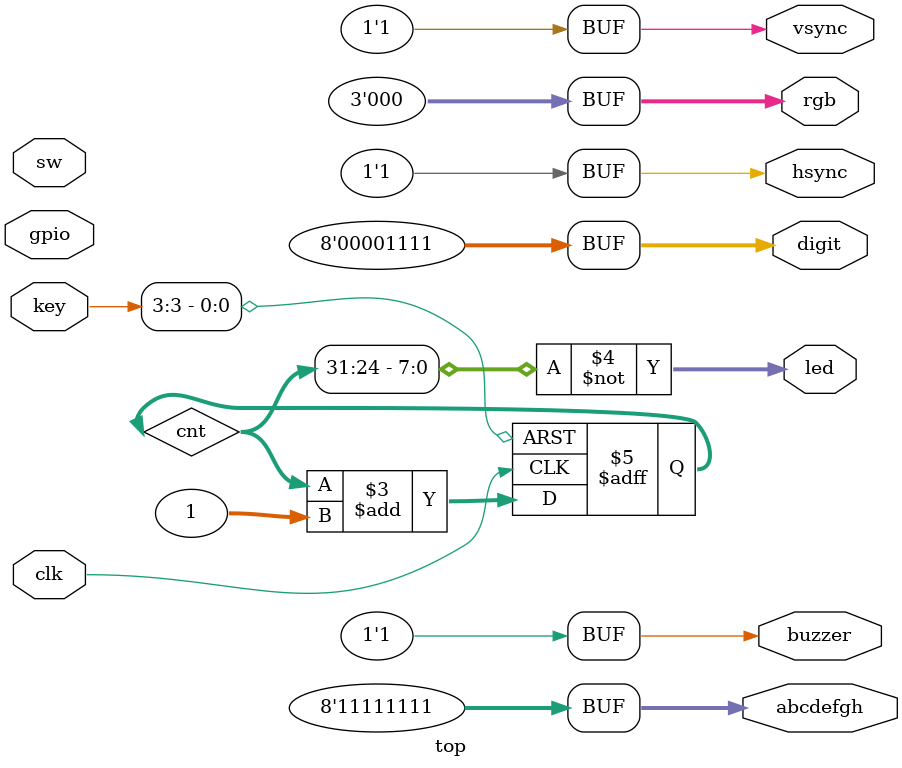
<source format=v>
`include "config.vh"

module top
(
    input         clk,
    input  [ 3:0] key,
    input  [ 3:0] sw,
    output [ 7:0] led,

    output [ 7:0] abcdefgh,
    output [ 7:0] digit,

    output        vsync,
    output        hsync,
    output [ 2:0] rgb,

    output        buzzer,
    inout  [15:0] gpio
);

    wire reset = ~ key[3];

    assign abcdefgh  = 8'hff;
    assign digit     = 4'hf;
    assign buzzer    = 1'b1;
    assign hsync     = 1'b1;
    assign vsync     = 1'b1;
    assign rgb       = 3'b0;

    // Exercise 1: Free running counter.
    // How do you change the speed of LED blinking?
    // Try different bit slices to display.

    reg [31:0] cnt;
    
    always @ (posedge clk or posedge reset)
      if (reset)
        cnt <= 32'b0;
      else
        cnt <= cnt + 32'b1;

    assign led = ~ cnt [31:24];

    // Exercise 2: Key-controlled counter.
    // Comment out the code above.
    // Uncomment and synthesize the code below.
    // Press the key to see the counter incrementing.
    //
    // Change the design, for example:
    //
    // 1. One key is used to increment, another to decrement.
    //
    // 2. Two counters controlled by different keys
    // displayed in different groups of LEDs.

    /*

    wire key_f = key [1];

    reg key_r;
    
    always @ (posedge clk or posedge reset)
      if (reset)
        key_r <= 1'b0;
      else
        key_r <= key_f;
        
    wire key_pressed = ~ key_f & key_r;

    reg [3:0] cnt;
    
    always @ (posedge clk or posedge reset)
      if (reset)
        cnt <= 4'b0;
      else if (key_pressed)
        cnt <= cnt + 4'b1;

    assign led = ~ cnt;

    */

endmodule

</source>
